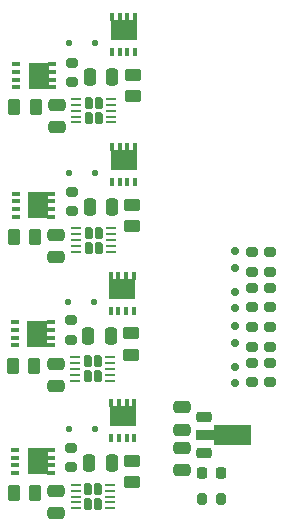
<source format=gtp>
G04 #@! TF.GenerationSoftware,KiCad,Pcbnew,9.0.4*
G04 #@! TF.CreationDate,2025-09-21T20:32:14-07:00*
G04 #@! TF.ProjectId,stepper_juicer_v1,73746570-7065-4725-9f6a-75696365725f,rev?*
G04 #@! TF.SameCoordinates,Original*
G04 #@! TF.FileFunction,Paste,Top*
G04 #@! TF.FilePolarity,Positive*
%FSLAX46Y46*%
G04 Gerber Fmt 4.6, Leading zero omitted, Abs format (unit mm)*
G04 Created by KiCad (PCBNEW 9.0.4) date 2025-09-21 20:32:14*
%MOMM*%
%LPD*%
G01*
G04 APERTURE LIST*
G04 Aperture macros list*
%AMRoundRect*
0 Rectangle with rounded corners*
0 $1 Rounding radius*
0 $2 $3 $4 $5 $6 $7 $8 $9 X,Y pos of 4 corners*
0 Add a 4 corners polygon primitive as box body*
4,1,4,$2,$3,$4,$5,$6,$7,$8,$9,$2,$3,0*
0 Add four circle primitives for the rounded corners*
1,1,$1+$1,$2,$3*
1,1,$1+$1,$4,$5*
1,1,$1+$1,$6,$7*
1,1,$1+$1,$8,$9*
0 Add four rect primitives between the rounded corners*
20,1,$1+$1,$2,$3,$4,$5,0*
20,1,$1+$1,$4,$5,$6,$7,0*
20,1,$1+$1,$6,$7,$8,$9,0*
20,1,$1+$1,$8,$9,$2,$3,0*%
%AMFreePoly0*
4,1,9,3.862500,-0.866500,0.737500,-0.866500,0.737500,-0.450000,-0.737500,-0.450000,-0.737500,0.450000,0.737500,0.450000,0.737500,0.866500,3.862500,0.866500,3.862500,-0.866500,3.862500,-0.866500,$1*%
G04 Aperture macros list end*
%ADD10RoundRect,0.200000X0.275000X-0.200000X0.275000X0.200000X-0.275000X0.200000X-0.275000X-0.200000X0*%
%ADD11RoundRect,0.250000X0.475000X-0.250000X0.475000X0.250000X-0.475000X0.250000X-0.475000X-0.250000X0*%
%ADD12RoundRect,0.150000X0.200000X-0.150000X0.200000X0.150000X-0.200000X0.150000X-0.200000X-0.150000X0*%
%ADD13R,0.340000X0.800000*%
%ADD14R,2.290000X1.677500*%
%ADD15RoundRect,0.150000X-0.200000X0.150000X-0.200000X-0.150000X0.200000X-0.150000X0.200000X0.150000X0*%
%ADD16RoundRect,0.200000X-0.275000X0.200000X-0.275000X-0.200000X0.275000X-0.200000X0.275000X0.200000X0*%
%ADD17RoundRect,0.172500X-0.172500X-0.332500X0.172500X-0.332500X0.172500X0.332500X-0.172500X0.332500X0*%
%ADD18RoundRect,0.062500X-0.350000X-0.062500X0.350000X-0.062500X0.350000X0.062500X-0.350000X0.062500X0*%
%ADD19RoundRect,0.250000X-0.475000X0.250000X-0.475000X-0.250000X0.475000X-0.250000X0.475000X0.250000X0*%
%ADD20RoundRect,0.250000X-0.250000X-0.475000X0.250000X-0.475000X0.250000X0.475000X-0.250000X0.475000X0*%
%ADD21R,1.677500X2.290000*%
%ADD22R,0.800000X0.340000*%
%ADD23RoundRect,0.125000X-0.125000X-0.125000X0.125000X-0.125000X0.125000X0.125000X-0.125000X0.125000X0*%
%ADD24RoundRect,0.218750X0.218750X0.256250X-0.218750X0.256250X-0.218750X-0.256250X0.218750X-0.256250X0*%
%ADD25RoundRect,0.250000X-0.450000X0.262500X-0.450000X-0.262500X0.450000X-0.262500X0.450000X0.262500X0*%
%ADD26RoundRect,0.250000X-0.262500X-0.450000X0.262500X-0.450000X0.262500X0.450000X-0.262500X0.450000X0*%
%ADD27RoundRect,0.200000X0.200000X0.275000X-0.200000X0.275000X-0.200000X-0.275000X0.200000X-0.275000X0*%
%ADD28RoundRect,0.225000X-0.425000X-0.225000X0.425000X-0.225000X0.425000X0.225000X-0.425000X0.225000X0*%
%ADD29FreePoly0,0.000000*%
G04 APERTURE END LIST*
D10*
X116525000Y-101762500D03*
X116525000Y-103412500D03*
D11*
X125937500Y-111000000D03*
X125937500Y-109100000D03*
D12*
X130450000Y-102250000D03*
X130450000Y-103650000D03*
D13*
X121325000Y-79075000D03*
X120675000Y-79075000D03*
X120025000Y-79075000D03*
X121975000Y-79075000D03*
X121975000Y-76075000D03*
X121325000Y-76075000D03*
X120675000Y-76075000D03*
X120025000Y-76075000D03*
D14*
X121000000Y-77186250D03*
D13*
X121325000Y-90050000D03*
X120675000Y-90050000D03*
X120025000Y-90050000D03*
X121975000Y-90050000D03*
X121975000Y-87050000D03*
X121325000Y-87050000D03*
X120675000Y-87050000D03*
X120025000Y-87050000D03*
D14*
X121000000Y-88161250D03*
D12*
X130450000Y-97300000D03*
X130450000Y-95900000D03*
D10*
X133400000Y-105350000D03*
X133400000Y-107000000D03*
X133400000Y-99000000D03*
X133400000Y-100650000D03*
D15*
X130450000Y-99350000D03*
X130450000Y-100750000D03*
D16*
X133400000Y-97650000D03*
X133400000Y-96000000D03*
X133400000Y-104000000D03*
X133400000Y-102350000D03*
D15*
X130450000Y-105700000D03*
X130450000Y-107100000D03*
D16*
X131900000Y-105350000D03*
X131900000Y-107000000D03*
X131900000Y-102350000D03*
X131900000Y-104000000D03*
X131900000Y-99000000D03*
X131900000Y-100650000D03*
X131900000Y-96000000D03*
X131900000Y-97650000D03*
D17*
X117962500Y-105237500D03*
X117962500Y-106487500D03*
X118812500Y-105237500D03*
X118812500Y-106487500D03*
D18*
X116925000Y-104862500D03*
X116925000Y-105362500D03*
X116925000Y-105862500D03*
X116925000Y-106362500D03*
X116925000Y-106862500D03*
X119850000Y-106862500D03*
X119850000Y-106362500D03*
X119850000Y-105862500D03*
X119850000Y-105362500D03*
X119850000Y-104862500D03*
D19*
X115350000Y-83525000D03*
X115350000Y-85425000D03*
D14*
X120950000Y-109861250D03*
D13*
X119975000Y-108750000D03*
X120625000Y-108750000D03*
X121275000Y-108750000D03*
X121925000Y-108750000D03*
X121925000Y-111750000D03*
X119975000Y-111750000D03*
X120625000Y-111750000D03*
X121275000Y-111750000D03*
D20*
X118125000Y-92150000D03*
X120025000Y-92150000D03*
D21*
X113826250Y-81050000D03*
D22*
X114937500Y-80075000D03*
X114937500Y-80725000D03*
X114937500Y-81375000D03*
X114937500Y-82025000D03*
X111937500Y-82025000D03*
X111937500Y-80075000D03*
X111937500Y-80725000D03*
X111937500Y-81375000D03*
D19*
X125937500Y-114450000D03*
X125937500Y-112550000D03*
D23*
X116350000Y-89250000D03*
X118550000Y-89250000D03*
D17*
X118037500Y-83375000D03*
X118037500Y-84625000D03*
X118887500Y-83375000D03*
X118887500Y-84625000D03*
D18*
X117000000Y-83000000D03*
X117000000Y-83500000D03*
X117000000Y-84000000D03*
X117000000Y-84500000D03*
X117000000Y-85000000D03*
X119925000Y-85000000D03*
X119925000Y-84500000D03*
X119925000Y-84000000D03*
X119925000Y-83500000D03*
X119925000Y-83000000D03*
D24*
X127662500Y-114700000D03*
X129237500Y-114700000D03*
D17*
X118000000Y-116050000D03*
X118000000Y-117300000D03*
X118850000Y-116050000D03*
X118850000Y-117300000D03*
D18*
X116962500Y-115675000D03*
X116962500Y-116175000D03*
X116962500Y-116675000D03*
X116962500Y-117175000D03*
X116962500Y-117675000D03*
X119887500Y-117675000D03*
X119887500Y-117175000D03*
X119887500Y-116675000D03*
X119887500Y-116175000D03*
X119887500Y-115675000D03*
D14*
X120900000Y-99073750D03*
D13*
X119925000Y-97962500D03*
X120575000Y-97962500D03*
X121225000Y-97962500D03*
X121875000Y-97962500D03*
X121875000Y-100962500D03*
X119925000Y-100962500D03*
X120575000Y-100962500D03*
X121225000Y-100962500D03*
D25*
X121700000Y-113637500D03*
X121700000Y-115462500D03*
D22*
X111875000Y-92325000D03*
X111875000Y-91675000D03*
X111875000Y-91025000D03*
X111875000Y-92975000D03*
X114875000Y-92975000D03*
X114875000Y-92325000D03*
X114875000Y-91675000D03*
X114875000Y-91025000D03*
D21*
X113763750Y-92000000D03*
D10*
X116637500Y-81575000D03*
X116637500Y-79925000D03*
D25*
X121650000Y-102850000D03*
X121650000Y-104675000D03*
D23*
X116300000Y-100162500D03*
X118500000Y-100162500D03*
D19*
X115300000Y-94500000D03*
X115300000Y-96400000D03*
D26*
X111737500Y-83725000D03*
X113562500Y-83725000D03*
D25*
X121787500Y-80950000D03*
X121787500Y-82775000D03*
D19*
X115250000Y-105412500D03*
X115250000Y-107312500D03*
D22*
X111850000Y-114025000D03*
X111850000Y-113375000D03*
X111850000Y-112725000D03*
X111850000Y-114675000D03*
X114850000Y-114675000D03*
X114850000Y-114025000D03*
X114850000Y-113375000D03*
X114850000Y-112725000D03*
D21*
X113738750Y-113700000D03*
D17*
X118050000Y-94350000D03*
X118050000Y-95600000D03*
X118900000Y-94350000D03*
X118900000Y-95600000D03*
D18*
X117012500Y-93975000D03*
X117012500Y-94475000D03*
X117012500Y-94975000D03*
X117012500Y-95475000D03*
X117012500Y-95975000D03*
X119937500Y-95975000D03*
X119937500Y-95475000D03*
X119937500Y-94975000D03*
X119937500Y-94475000D03*
X119937500Y-93975000D03*
D20*
X118162500Y-81175000D03*
X120062500Y-81175000D03*
D26*
X111687500Y-116400000D03*
X113512500Y-116400000D03*
D10*
X116600000Y-92500000D03*
X116600000Y-90850000D03*
D23*
X116350000Y-110950000D03*
X118550000Y-110950000D03*
D10*
X116550000Y-114200000D03*
X116550000Y-112550000D03*
D26*
X111625000Y-105612500D03*
X113450000Y-105612500D03*
D25*
X121725000Y-91950000D03*
X121725000Y-93775000D03*
D23*
X116412500Y-78275000D03*
X118612500Y-78275000D03*
D27*
X127637500Y-116900000D03*
X129287500Y-116900000D03*
D21*
X113713750Y-102887500D03*
D22*
X114825000Y-101912500D03*
X114825000Y-102562500D03*
X114825000Y-103212500D03*
X114825000Y-103862500D03*
X111825000Y-103862500D03*
X111825000Y-101912500D03*
X111825000Y-102562500D03*
X111825000Y-103212500D03*
D20*
X118100000Y-113850000D03*
X120000000Y-113850000D03*
D19*
X115300000Y-116200000D03*
X115300000Y-118100000D03*
D26*
X111712500Y-94700000D03*
X113537500Y-94700000D03*
D20*
X118025000Y-103062500D03*
X119925000Y-103062500D03*
D28*
X127850000Y-112950000D03*
D29*
X127937500Y-111450000D03*
D28*
X127850000Y-109950000D03*
M02*

</source>
